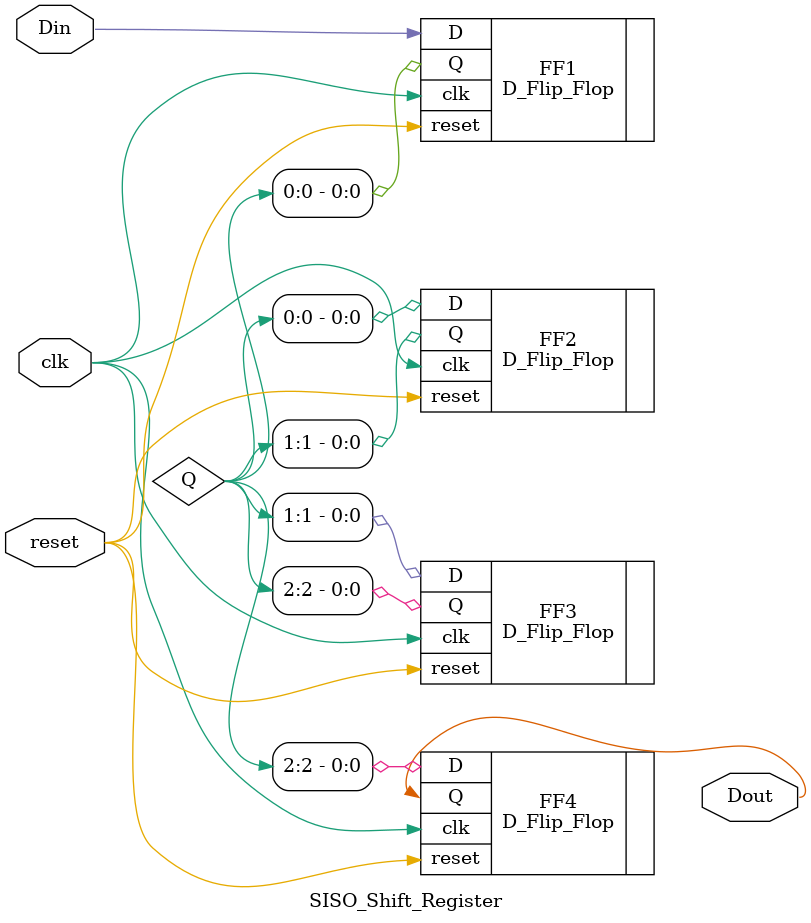
<source format=v>
module SISO_Shift_Register(Din,clk,reset,Dout);

input Din,clk,reset;
output Dout;
wire [2:0]Q;

D_Flip_Flop FF1(.D(Din),.reset(reset),.clk(clk),.Q(Q[0]));

D_Flip_Flop FF2(.D(Q[0]),.reset(reset),.clk(clk),.Q(Q[1]));

D_Flip_Flop FF3(.D(Q[1]),.reset(reset),.clk(clk),.Q(Q[2]));

D_Flip_Flop FF4(.D(Q[2]),.reset(reset),.clk(clk),.Q(Dout));

endmodule

</source>
